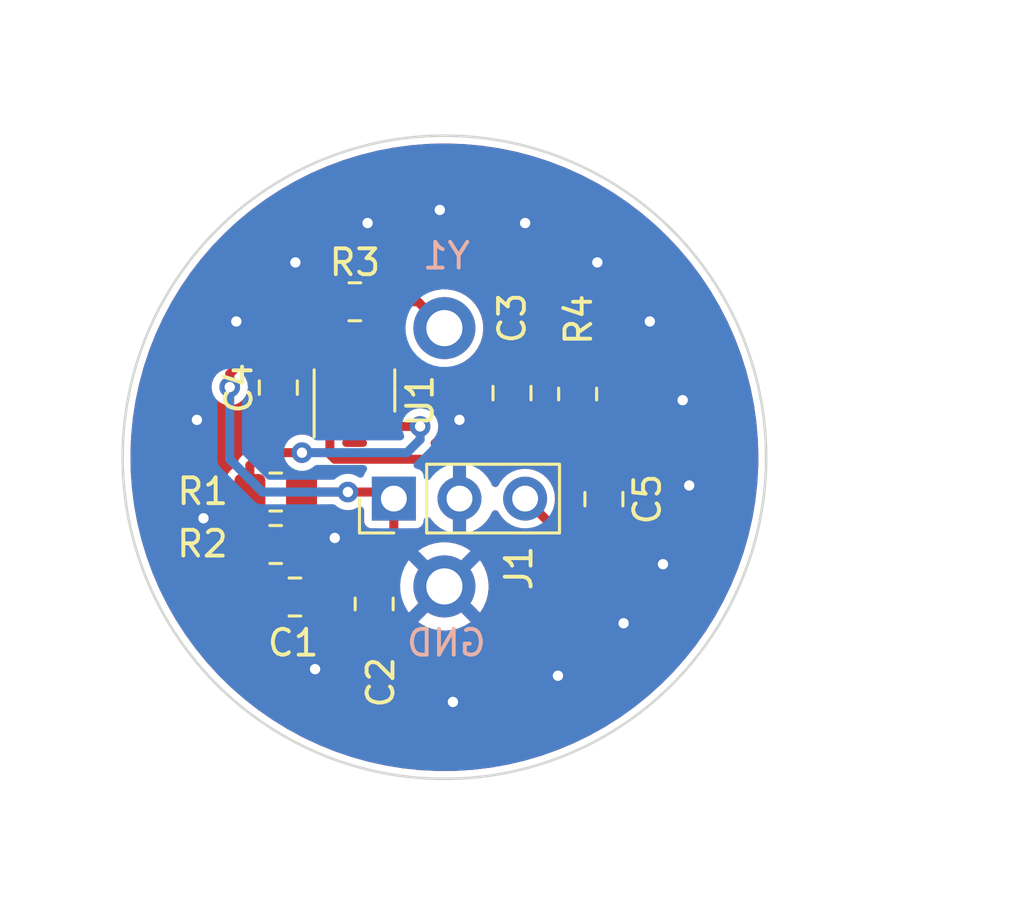
<source format=kicad_pcb>
(kicad_pcb (version 20211014) (generator pcbnew)
  (title_block (title "Piezo Sensor Preamp") (date "2022-09-21") (rev "1.0"))
  (layers (0 "F.Cu" signal) (31 "B.Cu" signal) (34 "B.Paste" user) (35 "F.Paste" user) (36 "B.SilkS" user "B.Silkscreen") (37 "F.SilkS" user "F.Silkscreen") (38 "B.Mask" user) (39 "F.Mask" user) (44 "Edge.Cuts" user))
  (net 0 "")
  (net 1 "Net-(C1-Pad1)")
  (net 2 "GND")
  (net 3 "+3.3V")
  (net 4 "Net-(C3-Pad1)")
  (net 5 "Net-(C3-Pad2)")
  (net 6 "Vout")
  (net 7 "Net-(R3-Pad1)")
  (footprint "Capacitor_SMD:C_0805_2012Metric_Pad1.18x1.45mm_HandSolder" (layer "F.Cu") (at 102.616 97.5145 -90)
    (fp_text reference "C3" (at -2.9045 -0.004 90) (layer "F.SilkS"))
    (fp_text value "33p")
    (fp_line (start -0.261252 -0.735) (end 0.261252 -0.735) (layer "F.SilkS") (width 0.12))
    (fp_line (start -0.261252 0.735) (end 0.261252 0.735) (layer "F.SilkS") (width 0.12))
    (pad "1" smd roundrect (at -1.0375 0 270) (size 1.175 1.45) (layers "F.Cu" "F.Paste" "F.Mask") (roundrect_rratio 0.2127659574) (net 4 "Net-(C3-Pad1)"))
    (pad "2" smd roundrect (at 1.0375 0 270) (size 1.175 1.45) (layers "F.Cu" "F.Paste" "F.Mask") (roundrect_rratio 0.2127659574) (net 5 "Net-(C3-Pad2)"))
  )
  (footprint "preamp_footprints:piezo_sensor_D25mm" (layer "F.Cu") (at 100 100)
    (fp_text reference "Y1" (at 0.076 -7.798 unlocked) (layer "B.SilkS") (effects (justify mirror)))
    (fp_text value "Piezo Sensor 40kHz")
    (fp_text user "GND" (at 0.076 7.188 unlocked) (layer "B.SilkS") (effects (justify mirror)))
    (pad "1" thru_hole circle locked (at 0 -5) (size 2.4 2.4) (drill 1.4) (layers *.Cu *.Mask) (net 7 "Net-(R3-Pad1)"))
    (pad "2" thru_hole circle locked (at 0 5) (size 2.4 2.4) (drill 1.4) (layers *.Cu *.Mask) (net 2 "GND"))
  )
  (footprint "Resistor_SMD:R_0805_2012Metric_Pad1.20x1.40mm_HandSolder" (layer "F.Cu") (at 93.472 103.378)
    (fp_text reference "R2" (at -2.836 -0.026) (layer "F.SilkS"))
    (fp_text value "20k")
    (fp_line (start -0.227064 0.735) (end 0.227064 0.735) (layer "F.SilkS") (width 0.12))
    (fp_line (start -0.227064 -0.735) (end 0.227064 -0.735) (layer "F.SilkS") (width 0.12))
    (pad "1" smd roundrect (at -1 0) (size 1.2 1.4) (layers "F.Cu" "F.Paste" "F.Mask") (roundrect_rratio 0.2083333333) (net 1 "Net-(C1-Pad1)"))
    (pad "2" smd roundrect (at 1 0) (size 1.2 1.4) (layers "F.Cu" "F.Paste" "F.Mask") (roundrect_rratio 0.2083333333) (net 2 "GND"))
  )
  (footprint "Connector_PinHeader_2.54mm:PinHeader_1x03_P2.54mm_Vertical" (layer "F.Cu") (at 98.044 101.6 90)
    (fp_text reference "J1" (at -2.69 4.836 90) (layer "F.SilkS"))
    (fp_text value "Conn_01x03")
    (fp_line (start -1.33 1.27) (end -1.33 6.41) (layer "F.SilkS") (width 0.12))
    (fp_line (start 1.33 1.27) (end 1.33 6.41) (layer "F.SilkS") (width 0.12))
    (fp_line (start -1.33 -1.33) (end 0 -1.33) (layer "F.SilkS") (width 0.12))
    (fp_line (start -1.33 0) (end -1.33 -1.33) (layer "F.SilkS") (width 0.12))
    (fp_line (start -1.33 1.27) (end 1.33 1.27) (layer "F.SilkS") (width 0.12))
    (fp_line (start -1.33 6.41) (end 1.33 6.41) (layer "F.SilkS") (width 0.12))
    (pad "1" thru_hole rect (at 0 0 90) (size 1.7 1.7) (drill 1) (layers *.Cu *.Mask) (net 3 "+3.3V"))
    (pad "2" thru_hole oval (at 0 2.54 90) (size 1.7 1.7) (drill 1) (layers *.Cu *.Mask) (net 2 "GND"))
    (pad "3" thru_hole oval (at 0 5.08 90) (size 1.7 1.7) (drill 1) (layers *.Cu *.Mask) (net 6 "Vout"))
  )
  (footprint "Resistor_SMD:R_0805_2012Metric_Pad1.20x1.40mm_HandSolder" (layer "F.Cu") (at 97.282 105.68 -90)
    (fp_text reference "C2" (at 3.032 -0.254 90) (layer "F.SilkS"))
    (fp_text value "1u")
    (fp_line (start -0.227064 0.735) (end 0.227064 0.735) (layer "F.SilkS") (width 0.12))
    (fp_line (start -0.227064 -0.735) (end 0.227064 -0.735) (layer "F.SilkS") (width 0.12))
    (pad "1" smd roundrect (at -1 0 270) (size 1.2 1.4) (layers "F.Cu" "F.Paste" "F.Mask") (roundrect_rratio 0.2083333333) (net 3 "+3.3V"))
    (pad "2" smd roundrect (at 1 0 270) (size 1.2 1.4) (layers "F.Cu" "F.Paste" "F.Mask") (roundrect_rratio 0.2083333333) (net 2 "GND"))
  )
  (footprint "Resistor_SMD:R_0805_2012Metric_Pad1.20x1.40mm_HandSolder" (layer "F.Cu") (at 94.218 105.41)
    (fp_text reference "C1" (at -0.07 1.778) (layer "F.SilkS"))
    (fp_text value "1u")
    (fp_line (start -0.227064 -0.735) (end 0.227064 -0.735) (layer "F.SilkS") (width 0.12))
    (fp_line (start -0.227064 0.735) (end 0.227064 0.735) (layer "F.SilkS") (width 0.12))
    (pad "1" smd roundrect (at -1 0) (size 1.2 1.4) (layers "F.Cu" "F.Paste" "F.Mask") (roundrect_rratio 0.2083333333) (net 1 "Net-(C1-Pad1)"))
    (pad "2" smd roundrect (at 1 0) (size 1.2 1.4) (layers "F.Cu" "F.Paste" "F.Mask") (roundrect_rratio 0.2083333333) (net 2 "GND"))
  )
  (footprint "Capacitor_SMD:C_0805_2012Metric_Pad1.18x1.45mm_HandSolder" (layer "F.Cu") (at 106.172 101.6215 -90)
    (fp_text reference "C5" (at 0 -1.68 90) (layer "F.SilkS"))
    (fp_text value "10n")
    (fp_line (start -0.261252 0.735) (end 0.261252 0.735) (layer "F.SilkS") (width 0.12))
    (fp_line (start -0.261252 -0.735) (end 0.261252 -0.735) (layer "F.SilkS") (width 0.12))
    (pad "1" smd roundrect (at -1.0375 0 270) (size 1.175 1.45) (layers "F.Cu" "F.Paste" "F.Mask") (roundrect_rratio 0.2127659574) (net 5 "Net-(C3-Pad2)"))
    (pad "2" smd roundrect (at 1.0375 0 270) (size 1.175 1.45) (layers "F.Cu" "F.Paste" "F.Mask") (roundrect_rratio 0.2127659574) (net 6 "Vout"))
  )
  (footprint "Capacitor_SMD:C_0805_2012Metric_Pad1.18x1.45mm_HandSolder" (layer "F.Cu") (at 93.5736 97.3035 -90)
    (fp_text reference "C4" (at 0.0215 1.524 90) (layer "F.SilkS"))
    (fp_text value "100n")
    (fp_line (start -0.261252 -0.735) (end 0.261252 -0.735) (layer "F.SilkS") (width 0.12))
    (fp_line (start -0.261252 0.735) (end 0.261252 0.735) (layer "F.SilkS") (width 0.12))
    (pad "1" smd roundrect (at -1.0375 0 270) (size 1.175 1.45) (layers "F.Cu" "F.Paste" "F.Mask") (roundrect_rratio 0.2127659574) (net 3 "+3.3V"))
    (pad "2" smd roundrect (at 1.0375 0 270) (size 1.175 1.45) (layers "F.Cu" "F.Paste" "F.Mask") (roundrect_rratio 0.2127659574) (net 2 "GND"))
  )
  (footprint "Resistor_SMD:R_0805_2012Metric_Pad1.20x1.40mm_HandSolder" (layer "F.Cu") (at 105.156 97.552 -90)
    (fp_text reference "R4" (at -2.882 -0.034 90) (layer "F.SilkS"))
    (fp_text value "1MEG")
    (fp_line (start -0.227064 0.735) (end 0.227064 0.735) (layer "F.SilkS") (width 0.12))
    (fp_line (start -0.227064 -0.735) (end 0.227064 -0.735) (layer "F.SilkS") (width 0.12))
    (pad "1" smd roundrect (at -1 0 270) (size 1.2 1.4) (layers "F.Cu" "F.Paste" "F.Mask") (roundrect_rratio 0.2083333333) (net 4 "Net-(C3-Pad1)"))
    (pad "2" smd roundrect (at 1 0 270) (size 1.2 1.4) (layers "F.Cu" "F.Paste" "F.Mask") (roundrect_rratio 0.2083333333) (net 5 "Net-(C3-Pad2)"))
  )
  (footprint "Resistor_SMD:R_0805_2012Metric_Pad1.20x1.40mm_HandSolder" (layer "F.Cu") (at 93.472 101.346 180)
    (fp_text reference "R1" (at 2.824 0.024) (layer "F.SilkS"))
    (fp_text value "20k")
    (fp_line (start -0.227064 0.735) (end 0.227064 0.735) (layer "F.SilkS") (width 0.12))
    (fp_line (start -0.227064 -0.735) (end 0.227064 -0.735) (layer "F.SilkS") (width 0.12))
    (pad "1" smd roundrect (at -1 0 180) (size 1.2 1.4) (layers "F.Cu" "F.Paste" "F.Mask") (roundrect_rratio 0.2083333333) (net 3 "+3.3V"))
    (pad "2" smd roundrect (at 1 0 180) (size 1.2 1.4) (layers "F.Cu" "F.Paste" "F.Mask") (roundrect_rratio 0.2083333333) (net 1 "Net-(C1-Pad1)"))
  )
  (footprint "Package_TO_SOT_SMD:SOT-23-5" (layer "F.Cu") (at 96.52 97.4145 90)
    (fp_text reference "U1" (at -0.4 2.54 90) (layer "F.SilkS"))
    (fp_text value "MCP6476T-E/OT")
    (fp_line (start 0 -1.56) (end -1.8 -1.56) (layer "F.SilkS") (width 0.12))
    (fp_line (start 0 1.56) (end -0.8 1.56) (layer "F.SilkS") (width 0.12))
    (fp_line (start 0 1.56) (end 0.8 1.56) (layer "F.SilkS") (width 0.12))
    (fp_line (start 0 -1.56) (end 0.8 -1.56) (layer "F.SilkS") (width 0.12))
    (pad "1" smd roundrect (at -1.1375 -0.95 90) (size 1.325 0.6) (layers "F.Cu" "F.Paste" "F.Mask") (net 5 "Net-(C3-Pad2)"))
    (pad "2" smd roundrect (at -1.1375 0 90) (size 1.325 0.6) (layers "F.Cu" "F.Paste" "F.Mask") (net 2 "GND"))
    (pad "3" smd roundrect (at -1.1375 0.95 90) (size 1.325 0.6) (layers "F.Cu" "F.Paste" "F.Mask") (net 1 "Net-(C1-Pad1)"))
    (pad "4" smd roundrect (at 1.1375 0.95 90) (size 1.325 0.6) (layers "F.Cu" "F.Paste" "F.Mask") (net 4 "Net-(C3-Pad1)"))
    (pad "5" smd roundrect (at 1.1375 -0.95 90) (size 1.325 0.6) (layers "F.Cu" "F.Paste" "F.Mask") (net 3 "+3.3V"))
  )
  (footprint "Resistor_SMD:R_0805_2012Metric_Pad1.20x1.40mm_HandSolder" (layer "F.Cu") (at 96.536 93.98 180)
    (fp_text reference "R3" (at 0 1.524) (layer "F.SilkS"))
    (fp_text value "220")
    (fp_line (start -0.227064 -0.735) (end 0.227064 -0.735) (layer "F.SilkS") (width 0.12))
    (fp_line (start -0.227064 0.735) (end 0.227064 0.735) (layer "F.SilkS") (width 0.12))
    (pad "1" smd roundrect (at -1 0 180) (size 1.2 1.4) (layers "F.Cu" "F.Paste" "F.Mask") (roundrect_rratio 0.2083333333) (net 7 "Net-(R3-Pad1)"))
    (pad "2" smd roundrect (at 1 0 180) (size 1.2 1.4) (layers "F.Cu" "F.Paste" "F.Mask") (roundrect_rratio 0.2083333333) (net 4 "Net-(C3-Pad1)"))
  )
  (gr_circle locked (center 100 100) (end 112.45 100) (layer "Edge.Cuts") (width 0) (fill none))
  (segment (start 93.218 105.41) (end 92.456 104.648) (width 0.35) (layer "F.Cu") (net 1))
  (segment (start 97.724 98.806) (end 97.47 98.552) (width 0.35) (layer "F.Cu") (net 1))
  (segment (start 92.964 99.822) (end 92.472 100.314) (width 0.35) (layer "F.Cu") (net 1))
  (segment (start 92.456 103.394) (end 92.472 103.378) (width 0.35) (layer "F.Cu") (net 1))
  (segment (start 92.472 103.378) (end 92.472 101.346) (width 0.35) (layer "F.Cu") (net 1))
  (segment (start 94.488 99.822) (end 92.964 99.822) (width 0.35) (layer "F.Cu") (net 1))
  (segment (start 92.472 100.314) (end 92.472 101.346) (width 0.35) (layer "F.Cu") (net 1))
  (segment (start 99.06 98.806) (end 97.724 98.806) (width 0.35) (layer "F.Cu") (net 1))
  (segment (start 92.456 104.648) (end 92.456 103.394) (width 0.35) (layer "F.Cu") (net 1))
  (via (at 94.488 99.822) (size 0.8) (drill 0.4) (layers "F.Cu" "B.Cu") (net 1))
  (via (at 99.06 98.806) (size 0.8) (drill 0.4) (layers "F.Cu" "B.Cu") (net 1))
  (segment (start 99.06 99.314) (end 99.06 98.806) (width 0.35) (layer "B.Cu") (net 1))
  (segment (start 98.552 99.822) (end 99.06 99.314) (width 0.35) (layer "B.Cu") (net 1))
  (segment (start 94.488 99.822) (end 98.552 99.822) (width 0.35) (layer "B.Cu") (net 1))
  (via (at 94.996 108.204) (size 0.8) (drill 0.4) (layers "F.Cu" "B.Cu") (net 2))
  (via (at 107.95 94.742) (size 0.8) (drill 0.4) (layers "F.Cu" "B.Cu") (net 2))
  (via (at 100.33 109.474) (size 0.8) (drill 0.4) (layers "F.Cu" "B.Cu") (net 2))
  (via (at 105.918 92.456) (size 0.8) (drill 0.4) (layers "F.Cu" "B.Cu") (net 2))
  (via (at 109.22 97.79) (size 0.8) (drill 0.4) (layers "F.Cu" "B.Cu") (net 2))
  (via (at 99.822 90.424) (size 0.8) (drill 0.4) (layers "F.Cu" "B.Cu") (net 2))
  (via (at 90.678 102.362) (size 0.8) (drill 0.4) (layers "F.Cu" "B.Cu") (net 2))
  (via (at 95.758 103.124) (size 0.8) (drill 0.4) (layers "F.Cu" "B.Cu") (net 2))
  (via (at 94.234 92.456) (size 0.8) (drill 0.4) (layers "F.Cu" "B.Cu") (net 2))
  (via (at 91.948 94.742) (size 0.8) (drill 0.4) (layers "F.Cu" "B.Cu") (net 2))
  (via (at 109.474 101.092) (size 0.8) (drill 0.4) (layers "F.Cu" "B.Cu") (net 2))
  (via (at 104.394 108.458) (size 0.8) (drill 0.4) (layers "F.Cu" "B.Cu") (net 2))
  (via (at 106.934 106.426) (size 0.8) (drill 0.4) (layers "F.Cu" "B.Cu") (net 2))
  (via (at 103.124 90.932) (size 0.8) (drill 0.4) (layers "F.Cu" "B.Cu") (net 2))
  (via (at 90.424 98.552) (size 0.8) (drill 0.4) (layers "F.Cu" "B.Cu") (net 2))
  (via (at 97.028 90.932) (size 0.8) (drill 0.4) (layers "F.Cu" "B.Cu") (net 2))
  (via (at 100.584 98.552) (size 0.8) (drill 0.4) (layers "F.Cu" "B.Cu") (net 2))
  (via (at 108.458 104.14) (size 0.8) (drill 0.4) (layers "F.Cu" "B.Cu") (net 2))
  (segment (start 98.044 103.664) (end 98.044 101.6) (width 0.35) (layer "F.Cu") (net 3))
  (segment (start 91.694 96.774) (end 92.202 96.266) (width 0.35) (layer "F.Cu") (net 3))
  (segment (start 97.028 104.68) (end 98.044 103.664) (width 0.35) (layer "F.Cu") (net 3))
  (segment (start 96.266 101.346) (end 94.472 101.346) (width 0.35) (layer "F.Cu") (net 3))
  (segment (start 92.202 96.266) (end 93.5736 96.266) (width 0.35) (layer "F.Cu") (net 3))
  (segment (start 91.694 97.282) (end 91.694 96.774) (width 0.35) (layer "F.Cu") (net 3))
  (segment (start 93.5846 96.277) (end 93.5736 96.266) (width 0.35) (layer "F.Cu") (net 3))
  (segment (start 96.266 101.346) (end 97.79 101.346) (width 0.35) (layer "F.Cu") (net 3))
  (segment (start 95.57 96.277) (end 93.5846 96.277) (width 0.35) (layer "F.Cu") (net 3))
  (segment (start 97.79 101.346) (end 98.044 101.6) (width 0.35) (layer "F.Cu") (net 3))
  (via (at 96.266 101.346) (size 0.8) (drill 0.4) (layers "F.Cu" "B.Cu") (net 3))
  (via (at 91.694 97.282) (size 0.8) (drill 0.4) (layers "F.Cu" "B.Cu") (net 3))
  (segment (start 91.694 100.076) (end 91.694 97.282) (width 0.35) (layer "B.Cu") (net 3))
  (segment (start 92.964 101.346) (end 91.694 100.076) (width 0.35) (layer "B.Cu") (net 3))
  (segment (start 96.266 101.346) (end 92.964 101.346) (width 0.35) (layer "B.Cu") (net 3))
  (segment (start 95.536 94.343) (end 97.47 96.277) (width 0.35) (layer "F.Cu") (net 4))
  (segment (start 97.547 96.277) (end 98.298 97.028) (width 0.35) (layer "F.Cu") (net 4))
  (segment (start 105.081 96.477) (end 105.156 96.552) (width 0.35) (layer "F.Cu") (net 4))
  (segment (start 102.616 96.477) (end 105.081 96.477) (width 0.35) (layer "F.Cu") (net 4))
  (segment (start 101.346 97.028) (end 101.897 96.477) (width 0.35) (layer "F.Cu") (net 4))
  (segment (start 98.298 97.028) (end 101.346 97.028) (width 0.35) (layer "F.Cu") (net 4))
  (segment (start 101.897 96.477) (end 102.616 96.477) (width 0.35) (layer "F.Cu") (net 4))
  (segment (start 95.536 93.98) (end 95.536 94.343) (width 0.35) (layer "F.Cu") (net 4))
  (segment (start 97.47 96.277) (end 97.547 96.277) (width 0.35) (layer "F.Cu") (net 4))
  (segment (start 95.57 99.888) (end 95.758 100.076) (width 0.35) (layer "F.Cu") (net 5))
  (segment (start 95.758 100.076) (end 101.092 100.076) (width 0.35) (layer "F.Cu") (net 5))
  (segment (start 102.616 98.552) (end 105.156 98.552) (width 0.35) (layer "F.Cu") (net 5))
  (segment (start 106.172 99.568) (end 106.172 100.584) (width 0.35) (layer "F.Cu") (net 5))
  (segment (start 95.57 98.552) (end 95.57 99.888) (width 0.35) (layer "F.Cu") (net 5))
  (segment (start 105.156 98.552) (end 106.172 99.568) (width 0.35) (layer "F.Cu") (net 5))
  (segment (start 101.092 100.076) (end 102.616 98.552) (width 0.35) (layer "F.Cu") (net 5))
  (segment (start 104.183 102.659) (end 103.124 101.6) (width 0.35) (layer "F.Cu") (net 6))
  (segment (start 106.172 102.659) (end 104.183 102.659) (width 0.35) (layer "F.Cu") (net 6))
  (segment (start 98.98 93.98) (end 100 95) (width 0.35) (layer "F.Cu") (net 7))
  (segment (start 97.536 93.98) (end 98.98 93.98) (width 0.35) (layer "F.Cu") (net 7))
  (zone (net 2) (net_name "GND") (layer "F.Cu") (connect_pads thru_hole_only (clearance 0.3)) (min_thickness 0.3) (fill yes (thermal_gap 0.508) (thermal_bridge_width 0.508))
    (polygon (pts (xy 119.888 87.884) (xy 115.57 116.332) (xy 85.598 113.792) (xy 82.804 114.554) (xy 84.328 112.776) (xy 86.36 82.296)))
  )
  (zone (net 2) (net_name "GND") (layer "B.Cu") (connect_pads thru_hole_only (clearance 0.3)) (min_thickness 0.3) (fill yes (thermal_gap 0.508) (thermal_bridge_width 0.508))
    (polygon (pts (xy 122.428 111.76) (xy 86.106 117.094) (xy 83.566 87.63) (xy 116.586 83.312)))
  )
)
</source>
